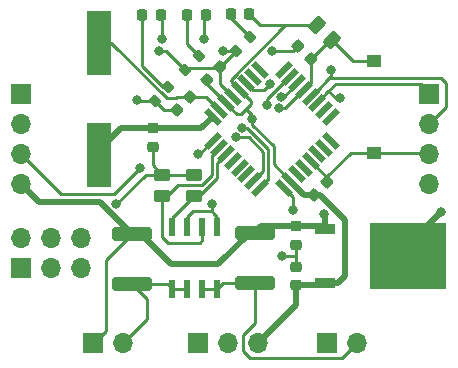
<source format=gbr>
%TF.GenerationSoftware,KiCad,Pcbnew,(6.0.2)*%
%TF.CreationDate,2022-04-29T01:07:20-04:00*%
%TF.ProjectId,Spacecraft ATmega328 MOSFET,53706163-6563-4726-9166-742041546d65,rev?*%
%TF.SameCoordinates,Original*%
%TF.FileFunction,Copper,L1,Top*%
%TF.FilePolarity,Positive*%
%FSLAX46Y46*%
G04 Gerber Fmt 4.6, Leading zero omitted, Abs format (unit mm)*
G04 Created by KiCad (PCBNEW (6.0.2)) date 2022-04-29 01:07:20*
%MOMM*%
%LPD*%
G01*
G04 APERTURE LIST*
G04 Aperture macros list*
%AMRoundRect*
0 Rectangle with rounded corners*
0 $1 Rounding radius*
0 $2 $3 $4 $5 $6 $7 $8 $9 X,Y pos of 4 corners*
0 Add a 4 corners polygon primitive as box body*
4,1,4,$2,$3,$4,$5,$6,$7,$8,$9,$2,$3,0*
0 Add four circle primitives for the rounded corners*
1,1,$1+$1,$2,$3*
1,1,$1+$1,$4,$5*
1,1,$1+$1,$6,$7*
1,1,$1+$1,$8,$9*
0 Add four rect primitives between the rounded corners*
20,1,$1+$1,$2,$3,$4,$5,0*
20,1,$1+$1,$4,$5,$6,$7,0*
20,1,$1+$1,$6,$7,$8,$9,0*
20,1,$1+$1,$8,$9,$2,$3,0*%
%AMRotRect*
0 Rectangle, with rotation*
0 The origin of the aperture is its center*
0 $1 length*
0 $2 width*
0 $3 Rotation angle, in degrees counterclockwise*
0 Add horizontal line*
21,1,$1,$2,0,0,$3*%
G04 Aperture macros list end*
%TA.AperFunction,SMDPad,CuDef*%
%ADD10RoundRect,0.225000X0.017678X-0.335876X0.335876X-0.017678X-0.017678X0.335876X-0.335876X0.017678X0*%
%TD*%
%TA.AperFunction,SMDPad,CuDef*%
%ADD11RoundRect,0.225000X0.250000X-0.225000X0.250000X0.225000X-0.250000X0.225000X-0.250000X-0.225000X0*%
%TD*%
%TA.AperFunction,SMDPad,CuDef*%
%ADD12RoundRect,0.225000X-0.335876X-0.017678X-0.017678X-0.335876X0.335876X0.017678X0.017678X0.335876X0*%
%TD*%
%TA.AperFunction,SMDPad,CuDef*%
%ADD13RoundRect,0.250000X-1.450000X0.312500X-1.450000X-0.312500X1.450000X-0.312500X1.450000X0.312500X0*%
%TD*%
%TA.AperFunction,ComponentPad*%
%ADD14R,1.700000X1.700000*%
%TD*%
%TA.AperFunction,ComponentPad*%
%ADD15O,1.700000X1.700000*%
%TD*%
%TA.AperFunction,SMDPad,CuDef*%
%ADD16RoundRect,0.250000X-0.503814X-0.132583X-0.132583X-0.503814X0.503814X0.132583X0.132583X0.503814X0*%
%TD*%
%TA.AperFunction,SMDPad,CuDef*%
%ADD17RoundRect,0.200000X0.053033X-0.335876X0.335876X-0.053033X-0.053033X0.335876X-0.335876X0.053033X0*%
%TD*%
%TA.AperFunction,SMDPad,CuDef*%
%ADD18RotRect,1.600000X0.550000X315.000000*%
%TD*%
%TA.AperFunction,SMDPad,CuDef*%
%ADD19RotRect,1.600000X0.550000X45.000000*%
%TD*%
%TA.AperFunction,SMDPad,CuDef*%
%ADD20R,2.000000X5.500000*%
%TD*%
%TA.AperFunction,SMDPad,CuDef*%
%ADD21R,1.250000X1.000000*%
%TD*%
%TA.AperFunction,SMDPad,CuDef*%
%ADD22RoundRect,0.225000X-0.250000X0.225000X-0.250000X-0.225000X0.250000X-0.225000X0.250000X0.225000X0*%
%TD*%
%TA.AperFunction,SMDPad,CuDef*%
%ADD23RoundRect,0.250000X0.450000X-0.262500X0.450000X0.262500X-0.450000X0.262500X-0.450000X-0.262500X0*%
%TD*%
%TA.AperFunction,SMDPad,CuDef*%
%ADD24RoundRect,0.041300X-0.253700X0.748700X-0.253700X-0.748700X0.253700X-0.748700X0.253700X0.748700X0*%
%TD*%
%TA.AperFunction,SMDPad,CuDef*%
%ADD25R,1.730000X0.960000*%
%TD*%
%TA.AperFunction,SMDPad,CuDef*%
%ADD26R,6.490000X5.630000*%
%TD*%
%TA.AperFunction,SMDPad,CuDef*%
%ADD27RoundRect,0.218750X-0.218750X-0.256250X0.218750X-0.256250X0.218750X0.256250X-0.218750X0.256250X0*%
%TD*%
%TA.AperFunction,ViaPad*%
%ADD28C,0.800000*%
%TD*%
%TA.AperFunction,Conductor*%
%ADD29C,0.250000*%
%TD*%
%TA.AperFunction,Conductor*%
%ADD30C,0.500000*%
%TD*%
G04 APERTURE END LIST*
D10*
%TO.P,C2,1*%
%TO.N,+5V*%
X114251992Y-77648008D03*
%TO.P,C2,2*%
%TO.N,GND*%
X115348008Y-76551992D03*
%TD*%
%TO.P,C1,1*%
%TO.N,+5V*%
X105151992Y-67948008D03*
%TO.P,C1,2*%
%TO.N,GND*%
X106248008Y-66851992D03*
%TD*%
%TO.P,C3,1*%
%TO.N,GND*%
X102651992Y-70448008D03*
%TO.P,C3,2*%
%TO.N,Net-(C3-Pad2)*%
X103748008Y-69351992D03*
%TD*%
D11*
%TO.P,C4,1*%
%TO.N,GND*%
X100550000Y-73575000D03*
%TO.P,C4,2*%
%TO.N,Net-(C4-Pad2)*%
X100550000Y-72025000D03*
%TD*%
D12*
%TO.P,C6,1*%
%TO.N,GND*%
X112851992Y-65051992D03*
%TO.P,C6,2*%
%TO.N,/Reset*%
X113948008Y-66148008D03*
%TD*%
D13*
%TO.P,D2,1*%
%TO.N,VCC*%
X98800000Y-80962500D03*
%TO.P,D2,2*%
%TO.N,/SOL1*%
X98800000Y-85237500D03*
%TD*%
D14*
%TO.P,J4,1*%
%TO.N,/LED*%
X104394000Y-90170000D03*
D15*
%TO.P,J4,2*%
%TO.N,GND*%
X106934000Y-90170000D03*
%TO.P,J4,3*%
%TO.N,+5V*%
X109474000Y-90170000D03*
%TD*%
D16*
%TO.P,R5,1*%
%TO.N,+5V*%
X114454765Y-63254765D03*
%TO.P,R5,2*%
%TO.N,/Reset*%
X115745235Y-64545235D03*
%TD*%
D17*
%TO.P,R7,1*%
%TO.N,GND*%
X100716637Y-69683363D03*
%TO.P,R7,2*%
%TO.N,Net-(D6-Pad1)*%
X101883363Y-68516637D03*
%TD*%
%TO.P,R8,1*%
%TO.N,GND*%
X103316637Y-67083363D03*
%TO.P,R8,2*%
%TO.N,Net-(D7-Pad1)*%
X104483363Y-65916637D03*
%TD*%
D18*
%TO.P,328p,1*%
%TO.N,Net-(U1-Pad1)*%
X109610695Y-67082897D03*
%TO.P,328p,2*%
%TO.N,Net-(U1-Pad2)*%
X109045010Y-67648583D03*
%TO.P,328p,3*%
%TO.N,GND*%
X108479324Y-68214268D03*
%TO.P,328p,4*%
%TO.N,+5V*%
X107913639Y-68779953D03*
%TO.P,328p,5*%
%TO.N,GND*%
X107347953Y-69345639D03*
%TO.P,328p,6*%
%TO.N,+5V*%
X106782268Y-69911324D03*
%TO.P,328p,7*%
%TO.N,Net-(C3-Pad2)*%
X106216583Y-70477010D03*
%TO.P,328p,8*%
%TO.N,Net-(C4-Pad2)*%
X105650897Y-71042695D03*
D19*
%TO.P,328p,9*%
%TO.N,/LED*%
X105650897Y-73093305D03*
%TO.P,328p,10*%
%TO.N,/Gate1*%
X106216583Y-73658990D03*
%TO.P,328p,11*%
%TO.N,/Gate2*%
X106782268Y-74224676D03*
%TO.P,328p,12*%
%TO.N,Net-(U1-Pad12)*%
X107347953Y-74790361D03*
%TO.P,328p,13*%
%TO.N,Net-(U1-Pad13)*%
X107913639Y-75356047D03*
%TO.P,328p,14*%
%TO.N,Net-(U1-Pad14)*%
X108479324Y-75921732D03*
%TO.P,328p,15*%
%TO.N,/MOSI*%
X109045010Y-76487417D03*
%TO.P,328p,16*%
%TO.N,/MISO*%
X109610695Y-77053103D03*
D18*
%TO.P,328p,17*%
%TO.N,/SCK*%
X111661305Y-77053103D03*
%TO.P,328p,18*%
%TO.N,+5V*%
X112226990Y-76487417D03*
%TO.P,328p,19*%
%TO.N,Net-(U1-Pad19)*%
X112792676Y-75921732D03*
%TO.P,328p,20*%
%TO.N,Net-(U1-Pad20)*%
X113358361Y-75356047D03*
%TO.P,328p,21*%
%TO.N,GND*%
X113924047Y-74790361D03*
%TO.P,328p,22*%
%TO.N,Net-(U1-Pad22)*%
X114489732Y-74224676D03*
%TO.P,328p,23*%
%TO.N,Net-(U1-Pad23)*%
X115055417Y-73658990D03*
%TO.P,328p,24*%
%TO.N,Net-(U1-Pad24)*%
X115621103Y-73093305D03*
D19*
%TO.P,328p,25*%
%TO.N,Net-(U1-Pad25)*%
X115621103Y-71042695D03*
%TO.P,328p,26*%
%TO.N,Net-(U1-Pad26)*%
X115055417Y-70477010D03*
%TO.P,328p,27*%
%TO.N,/SDA*%
X114489732Y-69911324D03*
%TO.P,328p,28*%
%TO.N,/SCL*%
X113924047Y-69345639D03*
%TO.P,328p,29*%
%TO.N,/Reset*%
X113358361Y-68779953D03*
%TO.P,328p,30*%
%TO.N,/RXD*%
X112792676Y-68214268D03*
%TO.P,328p,31*%
%TO.N,/TXD*%
X112226990Y-67648583D03*
%TO.P,328p,32*%
%TO.N,Net-(U1-Pad32)*%
X111661305Y-67082897D03*
%TD*%
D14*
%TO.P,J1,1*%
%TO.N,/SDA*%
X89408000Y-69088000D03*
D15*
%TO.P,J1,2*%
%TO.N,/SCL*%
X89408000Y-71628000D03*
%TO.P,J1,3*%
%TO.N,GND*%
X89408000Y-74168000D03*
%TO.P,J1,4*%
%TO.N,VCC*%
X89408000Y-76708000D03*
%TD*%
D14*
%TO.P,J5,1*%
%TO.N,VCC*%
X95504000Y-90170000D03*
D15*
%TO.P,J5,2*%
%TO.N,/SOL1*%
X98044000Y-90170000D03*
%TD*%
D20*
%TO.P,Y1,1*%
%TO.N,Net-(C3-Pad2)*%
X96012000Y-64770000D03*
%TO.P,Y1,2*%
%TO.N,Net-(C4-Pad2)*%
X96012000Y-74270000D03*
%TD*%
D14*
%TO.P,J3,1*%
%TO.N,/MISO*%
X89408000Y-83820000D03*
D15*
%TO.P,J3,2*%
%TO.N,+5V*%
X89408000Y-81280000D03*
%TO.P,J3,3*%
%TO.N,/SCK*%
X91948000Y-83820000D03*
%TO.P,J3,4*%
%TO.N,/MOSI*%
X91948000Y-81280000D03*
%TO.P,J3,5*%
%TO.N,/Reset*%
X94488000Y-83820000D03*
%TO.P,J3,6*%
%TO.N,GND*%
X94488000Y-81280000D03*
%TD*%
D17*
%TO.P,R6,1*%
%TO.N,GND*%
X107616637Y-65483363D03*
%TO.P,R6,2*%
%TO.N,Net-(D5-Pad1)*%
X108783363Y-64316637D03*
%TD*%
D21*
%TO.P,SW1,1*%
%TO.N,/Reset*%
X119300000Y-66325000D03*
%TO.P,SW1,2*%
%TO.N,GND*%
X119300000Y-74075000D03*
%TD*%
D11*
%TO.P,C7,1*%
%TO.N,+5V*%
X112700000Y-85275000D03*
%TO.P,C7,2*%
%TO.N,GND*%
X112700000Y-83725000D03*
%TD*%
D22*
%TO.P,C5,1*%
%TO.N,VCC*%
X112700000Y-80325000D03*
%TO.P,C5,2*%
%TO.N,GND*%
X112700000Y-81875000D03*
%TD*%
D23*
%TO.P,R2,1*%
%TO.N,/Gate1*%
X101350000Y-77762500D03*
%TO.P,R2,2*%
%TO.N,GND*%
X101350000Y-75937500D03*
%TD*%
D24*
%TO.P,U2,1*%
%TO.N,GND*%
X106045000Y-80350000D03*
%TO.P,U2,2*%
%TO.N,/Gate1*%
X104775000Y-80350000D03*
%TO.P,U2,3*%
%TO.N,GND*%
X103505000Y-80350000D03*
%TO.P,U2,4*%
%TO.N,/Gate2*%
X102235000Y-80350000D03*
%TO.P,U2,5*%
%TO.N,/SOL1*%
X102235000Y-85600000D03*
%TO.P,U2,6*%
X103505000Y-85600000D03*
%TO.P,U2,7*%
%TO.N,/SOL2*%
X104775000Y-85600000D03*
%TO.P,U2,8*%
X106045000Y-85600000D03*
%TD*%
D25*
%TO.P,VR1,1*%
%TO.N,VCC*%
X115154000Y-80519000D03*
%TO.P,VR1,3*%
%TO.N,+5V*%
X115154000Y-85089000D03*
D26*
%TO.P,VR1,4*%
%TO.N,GND*%
X122174000Y-82804000D03*
%TD*%
D27*
%TO.P,Rx,1*%
%TO.N,Net-(D7-Pad1)*%
X103462500Y-62400000D03*
%TO.P,Rx,2*%
%TO.N,/RXD*%
X105037500Y-62400000D03*
%TD*%
%TO.P,Tx,1*%
%TO.N,Net-(D6-Pad1)*%
X99662500Y-62400000D03*
%TO.P,Tx,2*%
%TO.N,/TXD*%
X101237500Y-62400000D03*
%TD*%
%TO.P,5V,1*%
%TO.N,Net-(D5-Pad1)*%
X107162500Y-62350000D03*
%TO.P,5V,2*%
%TO.N,+5V*%
X108737500Y-62350000D03*
%TD*%
D14*
%TO.P,Jv,1*%
%TO.N,VCC*%
X115316000Y-90170000D03*
D15*
%TO.P,Jv,2*%
%TO.N,/SOL2*%
X117856000Y-90170000D03*
%TD*%
D23*
%TO.P,R3,1*%
%TO.N,/Gate2*%
X104050000Y-77762500D03*
%TO.P,R3,2*%
%TO.N,GND*%
X104050000Y-75937500D03*
%TD*%
D13*
%TO.P,D3,1*%
%TO.N,VCC*%
X109200000Y-80862500D03*
%TO.P,D3,2*%
%TO.N,/SOL2*%
X109200000Y-85137500D03*
%TD*%
D14*
%TO.P,J2,1*%
%TO.N,/SDA*%
X123952000Y-69088000D03*
D15*
%TO.P,J2,2*%
%TO.N,/SCL*%
X123952000Y-71628000D03*
%TO.P,J2,3*%
%TO.N,GND*%
X123952000Y-74168000D03*
%TO.P,J2,4*%
%TO.N,VCC*%
X123952000Y-76708000D03*
%TD*%
D28*
%TO.N,+5V*%
X108950000Y-71200000D03*
%TO.N,GND*%
X99494158Y-75394158D03*
X101100000Y-65450000D03*
X111550000Y-82800000D03*
X110650000Y-65500000D03*
X97494438Y-78455562D03*
X110500394Y-68250394D03*
X105550000Y-78450000D03*
X99250000Y-69650000D03*
X124950000Y-79150000D03*
X106512299Y-65437701D03*
%TO.N,VCC*%
X115100000Y-79300000D03*
%TO.N,/Reset*%
X111218289Y-70322334D03*
%TO.N,/TXD*%
X110250000Y-70074500D03*
X101350000Y-64449989D03*
%TO.N,/RXD*%
X104918873Y-64494275D03*
X111450000Y-69350000D03*
%TO.N,/MISO*%
X108154424Y-71968363D03*
%TO.N,/SCK*%
X112450000Y-78900000D03*
%TO.N,/MOSI*%
X107600000Y-72800000D03*
%TO.N,/LED*%
X104400000Y-74225500D03*
%TO.N,/SDA*%
X116400000Y-69500000D03*
%TO.N,/SCL*%
X115675500Y-67100000D03*
%TD*%
D29*
%TO.N,+5V*%
X107150000Y-68000000D02*
X107150000Y-67900000D01*
D30*
X113387581Y-77648008D02*
X114251992Y-77648008D01*
D29*
X108850000Y-70000000D02*
X108850000Y-69716314D01*
X105151992Y-68281048D02*
X105151992Y-67948008D01*
X106782268Y-69911324D02*
X106782268Y-69932268D01*
D30*
X114251992Y-77648008D02*
X114698008Y-77648008D01*
D29*
X108450000Y-70400000D02*
X108850000Y-70000000D01*
X111795235Y-63254765D02*
X114454765Y-63254765D01*
D30*
X112226990Y-76487417D02*
X113387581Y-77648008D01*
D29*
X108000000Y-70850000D02*
X108450000Y-70400000D01*
X108850000Y-69716314D02*
X107913639Y-68779953D01*
D30*
X112700000Y-85275000D02*
X114968000Y-85275000D01*
X109474000Y-90170000D02*
X112700000Y-86944000D01*
D29*
X106782268Y-69911324D02*
X105151992Y-68281048D01*
D30*
X114968000Y-85275000D02*
X115154000Y-85089000D01*
X116850000Y-84500000D02*
X116261000Y-85089000D01*
D29*
X110799520Y-75059947D02*
X112226990Y-76487417D01*
D30*
X116850000Y-79800000D02*
X116850000Y-84500000D01*
D29*
X108737500Y-62350000D02*
X109642265Y-63254765D01*
D30*
X116261000Y-85089000D02*
X115154000Y-85089000D01*
D29*
X107150000Y-67900000D02*
X111795235Y-63254765D01*
X110799520Y-73563803D02*
X110799520Y-75059947D01*
X107700000Y-70850000D02*
X108000000Y-70850000D01*
X106782268Y-69932268D02*
X107700000Y-70850000D01*
X107913639Y-68779953D02*
X107913639Y-68763639D01*
D30*
X114698008Y-77648008D02*
X116850000Y-79800000D01*
D29*
X108950000Y-70900000D02*
X108450000Y-70400000D01*
D30*
X112700000Y-86944000D02*
X112700000Y-85275000D01*
D29*
X109642265Y-63254765D02*
X111795235Y-63254765D01*
X108950000Y-71200000D02*
X108950000Y-71714282D01*
X108950000Y-71200000D02*
X108950000Y-70900000D01*
X108950000Y-71714282D02*
X110799520Y-73563803D01*
X107913639Y-68763639D02*
X107150000Y-68000000D01*
%TO.N,GND*%
X115348008Y-76051992D02*
X115348008Y-76551992D01*
D30*
X122174000Y-82804000D02*
X122174000Y-81926000D01*
D29*
X99494158Y-75405842D02*
X99494158Y-75394158D01*
X103450000Y-66950000D02*
X106150000Y-66950000D01*
X92840000Y-77600000D02*
X97300000Y-77600000D01*
X110650000Y-65500000D02*
X112403984Y-65500000D01*
X106045000Y-79545000D02*
X106045000Y-80350000D01*
X102651992Y-70448008D02*
X101481282Y-70448008D01*
X105550000Y-79050000D02*
X105775000Y-79275000D01*
X105550000Y-79050000D02*
X105550000Y-78450000D01*
D30*
X122174000Y-81926000D02*
X124950000Y-79150000D01*
D29*
X106248008Y-68245694D02*
X106248008Y-66851992D01*
X112700000Y-81875000D02*
X112700000Y-82700000D01*
X100550000Y-75137500D02*
X101350000Y-75937500D01*
X119300000Y-74075000D02*
X117325000Y-74075000D01*
X105775000Y-79275000D02*
X106045000Y-79545000D01*
X104050000Y-75937500D02*
X101350000Y-75937500D01*
X112700000Y-82800000D02*
X112700000Y-83725000D01*
X115348008Y-76214322D02*
X113924047Y-74790361D01*
X103505000Y-79545000D02*
X104000000Y-79050000D01*
X89408000Y-74168000D02*
X92840000Y-77600000D01*
X112700000Y-82700000D02*
X112700000Y-82800000D01*
X106248008Y-66851992D02*
X107616637Y-65483363D01*
X112403984Y-65500000D02*
X112851992Y-65051992D01*
X109065056Y-68800000D02*
X109950788Y-68800000D01*
X101683274Y-65450000D02*
X101100000Y-65450000D01*
X100012500Y-75937500D02*
X101350000Y-75937500D01*
X103505000Y-80350000D02*
X103505000Y-79545000D01*
X100550000Y-73575000D02*
X100550000Y-75137500D01*
X103316637Y-67083363D02*
X101683274Y-65450000D01*
X123859000Y-74075000D02*
X123952000Y-74168000D01*
X103316637Y-67083363D02*
X103450000Y-66950000D01*
X106150000Y-66950000D02*
X106248008Y-66851992D01*
X109950788Y-68800000D02*
X110500394Y-68250394D01*
X107570975Y-65437701D02*
X106512299Y-65437701D01*
X100716637Y-69683363D02*
X99283363Y-69683363D01*
X115348008Y-76551992D02*
X115348008Y-76214322D01*
X107347953Y-69345639D02*
X106248008Y-68245694D01*
X97300000Y-77600000D02*
X99494158Y-75405842D01*
X97494438Y-78455562D02*
X100012500Y-75937500D01*
X119300000Y-74075000D02*
X123859000Y-74075000D01*
X101481282Y-70448008D02*
X100716637Y-69683363D01*
X108479324Y-68214268D02*
X109065056Y-68800000D01*
X117325000Y-74075000D02*
X115348008Y-76051992D01*
X104000000Y-79050000D02*
X105550000Y-79050000D01*
X112700000Y-82800000D02*
X111550000Y-82800000D01*
X107616637Y-65483363D02*
X107570975Y-65437701D01*
X99283363Y-69683363D02*
X99250000Y-69650000D01*
%TO.N,Net-(C3-Pad2)*%
X103748008Y-69351992D02*
X103722967Y-69377033D01*
X101750000Y-69500000D02*
X97020000Y-64770000D01*
X103748008Y-69351992D02*
X105091565Y-69351992D01*
X102500000Y-69500000D02*
X101750000Y-69500000D01*
X103722967Y-69377033D02*
X102622967Y-69377033D01*
X105091565Y-69351992D02*
X106216583Y-70477010D01*
X102622967Y-69377033D02*
X102500000Y-69500000D01*
X97020000Y-64770000D02*
X96012000Y-64770000D01*
D30*
%TO.N,Net-(C4-Pad2)*%
X97900000Y-72000000D02*
X100525000Y-72000000D01*
X96012000Y-74270000D02*
X96012000Y-73888000D01*
X100525000Y-72000000D02*
X100550000Y-72025000D01*
X100550000Y-72025000D02*
X104668592Y-72025000D01*
X96012000Y-73888000D02*
X97900000Y-72000000D01*
X104668592Y-72025000D02*
X105650897Y-71042695D01*
%TO.N,VCC*%
X112700000Y-80325000D02*
X109737500Y-80325000D01*
X106100000Y-83550000D02*
X108787500Y-80862500D01*
D29*
X95630000Y-90170000D02*
X96600000Y-89200000D01*
D30*
X102150000Y-83550000D02*
X106100000Y-83550000D01*
X89408000Y-76708000D02*
X90950000Y-78250000D01*
X98800000Y-80962500D02*
X99562500Y-80962500D01*
X96087500Y-78250000D02*
X98800000Y-80962500D01*
D29*
X96600000Y-83162500D02*
X98800000Y-80962500D01*
D30*
X90950000Y-78250000D02*
X96087500Y-78250000D01*
D29*
X96600000Y-89200000D02*
X96600000Y-83162500D01*
D30*
X99562500Y-80962500D02*
X102150000Y-83550000D01*
X114960000Y-80325000D02*
X115154000Y-80519000D01*
X115154000Y-80519000D02*
X115154000Y-79354000D01*
X112700000Y-80325000D02*
X114960000Y-80325000D01*
D29*
X95504000Y-90170000D02*
X95630000Y-90170000D01*
D30*
X108787500Y-80862500D02*
X109200000Y-80862500D01*
X115154000Y-79354000D02*
X115100000Y-79300000D01*
X109737500Y-80325000D02*
X109200000Y-80862500D01*
D29*
%TO.N,/Reset*%
X113948008Y-66148008D02*
X113948008Y-68190306D01*
X115745235Y-64545235D02*
X117525000Y-66325000D01*
X113358361Y-68779953D02*
X113270047Y-68779953D01*
X117525000Y-66325000D02*
X119300000Y-66325000D01*
X111727666Y-70322334D02*
X111218289Y-70322334D01*
X113948008Y-68190306D02*
X113358361Y-68779953D01*
X115550781Y-64545235D02*
X113948008Y-66148008D01*
X113270047Y-68779953D02*
X111727666Y-70322334D01*
X115745235Y-64545235D02*
X115550781Y-64545235D01*
%TO.N,/SOL1*%
X98044000Y-90170000D02*
X100050000Y-88164000D01*
X98800000Y-85237500D02*
X101872500Y-85237500D01*
X100050000Y-88164000D02*
X100050000Y-86487500D01*
X103505000Y-85600000D02*
X102235000Y-85600000D01*
X101872500Y-85237500D02*
X102235000Y-85600000D01*
X100050000Y-86487500D02*
X98800000Y-85237500D01*
%TO.N,/SOL2*%
X106507500Y-85137500D02*
X106045000Y-85600000D01*
X104775000Y-85600000D02*
X106045000Y-85600000D01*
X108800000Y-91450000D02*
X116576000Y-91450000D01*
X116576000Y-91450000D02*
X117856000Y-90170000D01*
X109200000Y-88500000D02*
X108200000Y-89500000D01*
X108200000Y-89500000D02*
X108200000Y-90850000D01*
X109200000Y-85137500D02*
X109200000Y-88500000D01*
X109200000Y-85137500D02*
X106507500Y-85137500D01*
X108200000Y-90850000D02*
X108800000Y-91450000D01*
%TO.N,Net-(D5-Pad1)*%
X107162500Y-62695774D02*
X108783363Y-64316637D01*
X107162500Y-62350000D02*
X107162500Y-62695774D01*
%TO.N,/TXD*%
X101350000Y-62512500D02*
X101237500Y-62400000D01*
X110250000Y-69525386D02*
X110250000Y-70074500D01*
X112126803Y-67648583D02*
X110250000Y-69525386D01*
X101350000Y-64449989D02*
X101350000Y-62512500D01*
X112226990Y-67648583D02*
X112126803Y-67648583D01*
%TO.N,Net-(D6-Pad1)*%
X99662500Y-62400000D02*
X99662500Y-66712500D01*
X101466637Y-68516637D02*
X101883363Y-68516637D01*
X99662500Y-66712500D02*
X101466637Y-68516637D01*
%TO.N,Net-(D7-Pad1)*%
X103462500Y-62400000D02*
X103462500Y-64895774D01*
X103462500Y-64895774D02*
X104483363Y-65916637D01*
%TO.N,/RXD*%
X111656944Y-69350000D02*
X112792676Y-68214268D01*
X104918873Y-62518627D02*
X105037500Y-62400000D01*
X104918873Y-64494275D02*
X104918873Y-62518627D01*
X111450000Y-69350000D02*
X111656944Y-69350000D01*
%TO.N,/MISO*%
X110350000Y-73750000D02*
X110350000Y-76313798D01*
X108568363Y-71968363D02*
X110350000Y-73750000D01*
X110350000Y-76313798D02*
X109610695Y-77053103D01*
X108154424Y-71968363D02*
X108568363Y-71968363D01*
%TO.N,/SCK*%
X112450000Y-78900000D02*
X112450000Y-77841798D01*
X112450000Y-77841798D02*
X111661305Y-77053103D01*
%TO.N,/MOSI*%
X109900000Y-75632427D02*
X109045010Y-76487417D01*
X108700000Y-72800000D02*
X109900000Y-74000000D01*
X109900000Y-74000000D02*
X109900000Y-75632427D01*
X107600000Y-72800000D02*
X108700000Y-72800000D01*
%TO.N,/LED*%
X104518702Y-74225500D02*
X105650897Y-73093305D01*
X104400000Y-74225500D02*
X104518702Y-74225500D01*
%TO.N,/Gate1*%
X104738896Y-76850000D02*
X105574991Y-76013905D01*
X101350000Y-77762500D02*
X101350000Y-81200000D01*
X104550000Y-81700000D02*
X104775000Y-81475000D01*
X101350000Y-77762500D02*
X101787500Y-77762500D01*
X101350000Y-81200000D02*
X101850000Y-81700000D01*
X105574991Y-74300582D02*
X106216583Y-73658990D01*
X102700000Y-76850000D02*
X104738896Y-76850000D01*
X104775000Y-81475000D02*
X104775000Y-80350000D01*
X105574991Y-76013905D02*
X105574991Y-74300582D01*
X101787500Y-77762500D02*
X102700000Y-76850000D01*
X101850000Y-81700000D02*
X104550000Y-81700000D01*
%TO.N,/Gate2*%
X104050000Y-77762500D02*
X102235000Y-79577500D01*
X106024511Y-76200103D02*
X106024511Y-74982433D01*
X104462114Y-77762500D02*
X106024511Y-76200103D01*
X104050000Y-77762500D02*
X104462114Y-77762500D01*
X106024511Y-74982433D02*
X106782268Y-74224676D01*
X102235000Y-79577500D02*
X102235000Y-80350000D01*
%TO.N,/SDA*%
X123952000Y-69088000D02*
X123952000Y-68902000D01*
X114489732Y-69809788D02*
X114489732Y-69911324D01*
X123299520Y-68249520D02*
X116050000Y-68249520D01*
X115024760Y-69274760D02*
X114489732Y-69809788D01*
X123952000Y-68902000D02*
X123299520Y-68249520D01*
X116050000Y-69500000D02*
X115424760Y-68874760D01*
X116050000Y-68249520D02*
X115424760Y-68874760D01*
X116400000Y-69500000D02*
X116050000Y-69500000D01*
X115424760Y-68874760D02*
X115149760Y-69149760D01*
X115149760Y-69149760D02*
X115024760Y-69274760D01*
%TO.N,/SCL*%
X114609843Y-68659843D02*
X113924047Y-69345639D01*
X125400000Y-70180000D02*
X125400000Y-68186978D01*
X123952000Y-71628000D02*
X125400000Y-70180000D01*
X115469686Y-67800000D02*
X115309843Y-67959843D01*
X115309843Y-67959843D02*
X114609843Y-68659843D01*
X125400000Y-68186978D02*
X125013022Y-67800000D01*
X115675500Y-67594186D02*
X115309843Y-67959843D01*
X115675500Y-67100000D02*
X115675500Y-67594186D01*
X125013022Y-67800000D02*
X115469686Y-67800000D01*
%TD*%
M02*

</source>
